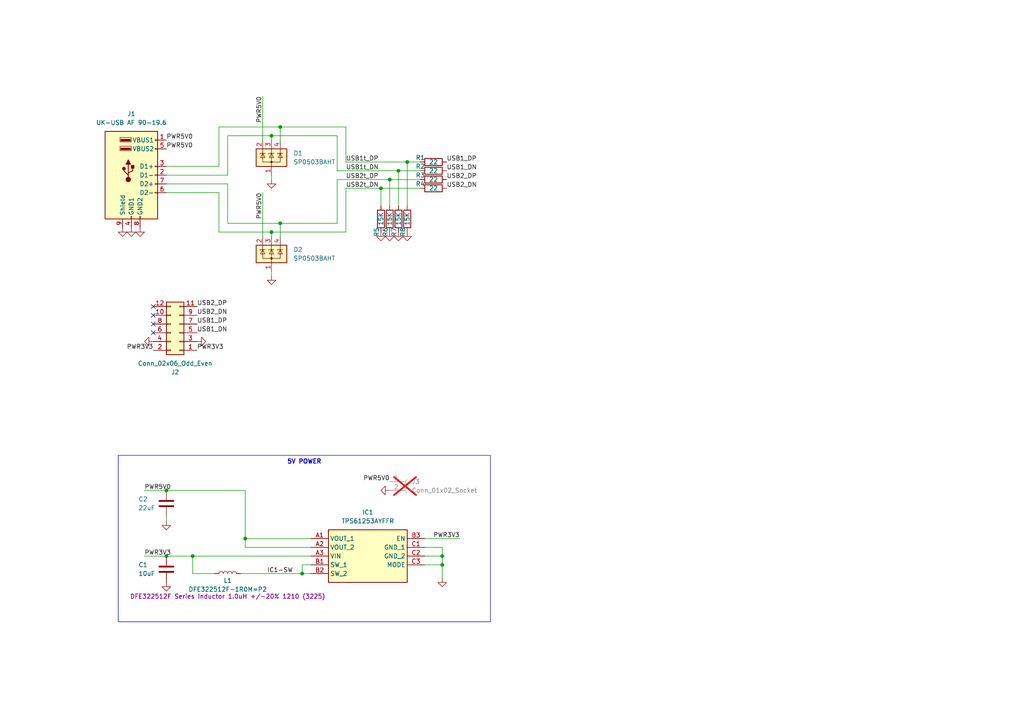
<source format=kicad_sch>
(kicad_sch (version 20231120) (generator "eeschema") (generator_version "8.0")
  (paper "A4")
  (lib_symbols
    (symbol "Connector:Conn_01x02_Socket" (pin_names (offset 1.016) hide)
      (property "Reference" "J" (at 0 2.54 0))
      (property "Value" "Conn_01x02_Socket" (at 0 -5.08 0))
      (symbol "Conn_01x02_Socket_1_1"
        (arc (start 0 -2.032) (mid -0.5058 -2.54) (end 0 -3.048) (stroke (width 0.1524)))
        (polyline (pts (xy -1.27 -2.54) (xy -0.508 -2.54)) (stroke (width 0.1524)))
        (polyline (pts (xy -1.27 0) (xy -0.508 0)) (stroke (width 0.1524)))
        (arc (start 0 0.508) (mid -0.5058 0) (end 0 -0.508) (stroke (width 0.1524)))
        (pin passive line (at -5.08 0 0) (length 3.81) (name "Pin_1") (number "1"))
        (pin passive line (at -5.08 -2.54 0) (length 3.81) (name "Pin_2") (number "2"))
      )
    )
    (symbol "Connector:USB_A_Stacked" (pin_names (offset 1.016))
      (property "Reference" "J" (at 0 15.875 0))
      (property "Value" "USB_A_Stacked" (at 0 13.97 0))
      (symbol "USB_A_Stacked_0_1"
        (rectangle (start -7.62 12.7) (end 7.62 -12.7) (stroke (width 0.254)) (fill (type background)))
        (circle (center -2.159 1.905) (radius 0.381) (stroke (width 0.254)) (fill (type outline)))
        (circle (center -0.889 -1.27) (radius 0.635) (stroke (width 0.254)) (fill (type outline)))
        (rectangle (start -0.254 7.366) (end -3.048 7.874) (fill (type outline)))
        (rectangle (start -0.254 9.906) (end -3.048 10.414) (fill (type outline)))
        (rectangle (start -0.127 -12.7) (end 0.127 -11.938))
        (polyline (pts (xy -1.524 3.175) (xy -0.254 3.175) (xy -0.889 4.445) (xy -1.524 3.175)) (stroke (width 0.254)) (fill (type outline)))
        (polyline (pts (xy -0.889 -0.635) (xy -0.889 0) (xy -2.159 1.27) (xy -2.159 1.905)) (stroke (width 0.254)))
        (polyline (pts (xy -0.889 0) (xy -0.889 0.635) (xy 0.381 1.27) (xy 0.381 2.54)) (stroke (width 0.254)))
        (rectangle (start 0 2.794) (end 0.762 2.032) (stroke (width 0.254)) (fill (type outline)))
        (rectangle (start 0 7.112) (end -3.302 8.382))
        (rectangle (start 0 9.652) (end -3.302 10.922))
        (rectangle (start 2.413 -12.7) (end 2.667 -11.938))
        (rectangle (start 7.62 -5.207) (end 6.858 -4.953))
        (rectangle (start 7.62 -2.667) (end 6.858 -2.413))
        (rectangle (start 7.62 -0.127) (end 6.858 0.127))
        (rectangle (start 7.62 2.413) (end 6.858 2.667))
        (rectangle (start 7.62 7.493) (end 6.858 7.747))
        (rectangle (start 7.62 10.033) (end 6.858 10.287))
      )
      (symbol "USB_A_Stacked_1_1"
        (polyline (pts (xy -0.889 0.635) (xy -0.889 3.175)) (stroke (width 0.254)))
        (pin power_in line (at 10.16 10.16 180) (length 2.54) (name "VBUS1") (number "1"))
        (pin bidirectional line (at 10.16 0 180) (length 2.54) (name "D1-") (number "2"))
        (pin bidirectional line (at 10.16 2.54 180) (length 2.54) (name "D1+") (number "3"))
        (pin power_in line (at 0 -15.24 90) (length 2.54) (name "GND1") (number "4"))
        (pin power_in line (at 10.16 7.62 180) (length 2.54) (name "VBUS2") (number "5"))
        (pin bidirectional line (at 10.16 -5.08 180) (length 2.54) (name "D2-") (number "6"))
        (pin bidirectional line (at 10.16 -2.54 180) (length 2.54) (name "D2+") (number "7"))
        (pin power_in line (at 2.54 -15.24 90) (length 2.54) (name "GND2") (number "8"))
        (pin passive line (at -2.54 -15.24 90) (length 2.54) (name "Shield") (number "9"))
      )
    )
    (symbol "Connector_Generic:Conn_02x06_Odd_Even" (pin_names (offset 1.016) hide)
      (property "Reference" "J" (at 1.27 7.62 0))
      (property "Value" "Conn_02x06_Odd_Even" (at 1.27 -10.16 0))
      (symbol "Conn_02x06_Odd_Even_1_1"
        (rectangle (start -1.27 -7.493) (end 0 -7.747) (stroke (width 0.1524)))
        (rectangle (start -1.27 -4.953) (end 0 -5.207) (stroke (width 0.1524)))
        (rectangle (start -1.27 -2.413) (end 0 -2.667) (stroke (width 0.1524)))
        (rectangle (start -1.27 0.127) (end 0 -0.127) (stroke (width 0.1524)))
        (rectangle (start -1.27 2.667) (end 0 2.413) (stroke (width 0.1524)))
        (rectangle (start -1.27 5.207) (end 0 4.953) (stroke (width 0.1524)))
        (rectangle (start -1.27 6.35) (end 3.81 -8.89) (stroke (width 0.254)) (fill (type background)))
        (rectangle (start 3.81 -7.493) (end 2.54 -7.747) (stroke (width 0.1524)))
        (rectangle (start 3.81 -4.953) (end 2.54 -5.207) (stroke (width 0.1524)))
        (rectangle (start 3.81 -2.413) (end 2.54 -2.667) (stroke (width 0.1524)))
        (rectangle (start 3.81 0.127) (end 2.54 -0.127) (stroke (width 0.1524)))
        (rectangle (start 3.81 2.667) (end 2.54 2.413) (stroke (width 0.1524)))
        (rectangle (start 3.81 5.207) (end 2.54 4.953) (stroke (width 0.1524)))
        (pin passive line (at -5.08 5.08 0) (length 3.81) (name "Pin_1") (number "1"))
        (pin passive line (at 7.62 -5.08 180) (length 3.81) (name "Pin_10") (number "10"))
        (pin passive line (at -5.08 -7.62 0) (length 3.81) (name "Pin_11") (number "11"))
        (pin passive line (at 7.62 -7.62 180) (length 3.81) (name "Pin_12") (number "12"))
        (pin passive line (at 7.62 5.08 180) (length 3.81) (name "Pin_2") (number "2"))
        (pin passive line (at -5.08 2.54 0) (length 3.81) (name "Pin_3") (number "3"))
        (pin passive line (at 7.62 2.54 180) (length 3.81) (name "Pin_4") (number "4"))
        (pin passive line (at -5.08 0 0) (length 3.81) (name "Pin_5") (number "5"))
        (pin passive line (at 7.62 0 180) (length 3.81) (name "Pin_6") (number "6"))
        (pin passive line (at -5.08 -2.54 0) (length 3.81) (name "Pin_7") (number "7"))
        (pin passive line (at 7.62 -2.54 180) (length 3.81) (name "Pin_8") (number "8"))
        (pin passive line (at -5.08 -5.08 0) (length 3.81) (name "Pin_9") (number "9"))
      )
    )
    (symbol "Device:C" (pin_numbers hide) (pin_names (offset 0.254))
      (property "Reference" "C" (at 0.635 2.54 0))
      (property "Value" "C" (at 0.635 -2.54 0))
      (symbol "C_0_1"
        (polyline (pts (xy -2.032 -0.762) (xy 2.032 -0.762)) (stroke (width 0.508)))
        (polyline (pts (xy -2.032 0.762) (xy 2.032 0.762)) (stroke (width 0.508)))
      )
      (symbol "C_1_1"
        (pin passive line (at 0 3.81 270) (length 2.794) (name "~") (number "1"))
        (pin passive line (at 0 -3.81 90) (length 2.794) (name "~") (number "2"))
      )
    )
    (symbol "Device:L" (pin_numbers hide) (pin_names (offset 1.016) hide)
      (property "Reference" "L" (at -1.27 0 90))
      (property "Value" "L" (at 1.905 0 90))
      (symbol "L_0_1"
        (arc (start 0 -2.54) (mid 0.6323 -1.905) (end 0 -1.27))
        (arc (start 0 -1.27) (mid 0.6323 -0.635) (end 0 0))
        (arc (start 0 0) (mid 0.6323 0.635) (end 0 1.27))
        (arc (start 0 1.27) (mid 0.6323 1.905) (end 0 2.54))
      )
      (symbol "L_1_1"
        (pin passive line (at 0 3.81 270) (length 1.27) (name "1") (number "1"))
        (pin passive line (at 0 -3.81 90) (length 1.27) (name "2") (number "2"))
      )
    )
    (symbol "Device:R" (pin_numbers hide) (pin_names (offset 0))
      (property "Reference" "R" (at 2.032 0 90))
      (property "Value" "R" (at 0 0 90))
      (symbol "R_0_1"
        (rectangle (start -1.016 -2.54) (end 1.016 2.54) (stroke (width 0.254)))
      )
      (symbol "R_1_1"
        (pin passive line (at 0 3.81 270) (length 1.27) (name "~") (number "1"))
        (pin passive line (at 0 -3.81 90) (length 1.27) (name "~") (number "2"))
      )
    )
    (symbol "Power_Protection:SP0503BAHT" (pin_names hide)
      (property "Reference" "D" (at 5.715 2.54 0))
      (property "Value" "SP0503BAHT" (at 5.715 0.635 0))
      (symbol "SP0503BAHT_0_0"
        (pin passive line (at 0 -5.08 90) (length 2.54) (name "A") (number "1"))
      )
      (symbol "SP0503BAHT_0_1"
        (rectangle (start -4.445 2.54) (end 4.445 -2.54) (stroke (width 0.254)) (fill (type background)))
        (circle (center 0 -1.27) (radius 0.254) (fill (type outline)))
        (polyline (pts (xy -2.54 2.54) (xy -2.54 1.27)))
        (polyline (pts (xy 0 -1.27) (xy 0 -2.54)))
        (polyline (pts (xy 0 -1.27) (xy 0 1.27)))
        (polyline (pts (xy 0 2.54) (xy 0 1.27)))
        (polyline (pts (xy 0.635 1.27) (xy 0.762 1.27)))
        (polyline (pts (xy 2.54 2.54) (xy 2.54 1.27)))
        (polyline (pts (xy 0.635 1.27) (xy -0.762 1.27) (xy -0.762 1.016)))
        (polyline (pts (xy -3.302 1.016) (xy -3.302 1.27) (xy -1.905 1.27) (xy -1.778 1.27)))
        (polyline (pts (xy -2.54 1.27) (xy -2.54 -1.27) (xy 2.54 -1.27) (xy 2.54 1.27)))
        (polyline (pts (xy -2.54 1.27) (xy -1.905 0) (xy -3.175 0) (xy -2.54 1.27)))
        (polyline (pts (xy 0.635 0) (xy -0.635 0) (xy 0 1.27) (xy 0.635 0)))
        (polyline (pts (xy 1.778 1.016) (xy 1.778 1.27) (xy 3.175 1.27) (xy 3.302 1.27)))
        (polyline (pts (xy 2.54 1.27) (xy 1.905 0) (xy 3.175 0) (xy 2.54 1.27)))
      )
      (symbol "SP0503BAHT_1_1"
        (pin passive line (at -2.54 5.08 270) (length 2.54) (name "K") (number "2"))
        (pin passive line (at 0 5.08 270) (length 2.54) (name "K") (number "3"))
        (pin passive line (at 2.54 5.08 270) (length 2.54) (name "K") (number "4"))
      )
    )
    (symbol "TPS61253AYFFR:TPS61253AYFFR"
      (property "Reference" "IC" (at 29.21 7.62 0))
      (property "Value" "TPS61253AYFFR" (at 29.21 5.08 0))
      (symbol "TPS61253AYFFR_1_1"
        (rectangle (start 5.08 2.54) (end 27.94 -12.7) (stroke (width 0.254)) (fill (type background)))
        (pin output line (at 0 0 0) (length 5.08) (name "VOUT_1") (number "A1"))
        (pin output line (at 0 -2.54 0) (length 5.08) (name "VOUT_2") (number "A2"))
        (pin power_in line (at 0 -5.08 0) (length 5.08) (name "VIN") (number "A3"))
        (pin bidirectional line (at 0 -7.62 0) (length 5.08) (name "SW_1") (number "B1"))
        (pin bidirectional line (at 0 -10.16 0) (length 5.08) (name "SW_2") (number "B2"))
        (pin input line (at 33.02 0 180) (length 5.08) (name "EN") (number "B3"))
        (pin power_in line (at 33.02 -2.54 180) (length 5.08) (name "GND_1") (number "C1"))
        (pin power_in line (at 33.02 -5.08 180) (length 5.08) (name "GND_2") (number "C2"))
        (pin passive line (at 33.02 -7.62 180) (length 5.08) (name "MODE") (number "C3"))
      )
    )
    (symbol "power:GND" (power) (pin_names (offset 0))
      (property "Value" "GND" (at 0 -3.81 0))
      (symbol "GND_0_1"
        (polyline (pts (xy 0 0) (xy 0 -1.27) (xy 1.27 -1.27) (xy 0 -2.54) (xy -1.27 -1.27) (xy 0 -1.27)))
      )
      (symbol "GND_1_1"
        (pin power_in line (at 0 0 270) (length 0) hide (name "GND") (number "1"))
      )
    )
  )
  (junction (at 128.27 163.83))
  (junction (at 118.11 46.99))
  (junction (at 71.12 156.21))
  (junction (at 55.88 161.29))
  (junction (at 113.03 52.07))
  (junction (at 81.28 36.83))
  (junction (at 81.28 64.77))
  (junction (at 78.74 39.37))
  (junction (at 128.27 161.29))
  (junction (at 87.63 166.37))
  (junction (at 48.26 142.24))
  (junction (at 48.26 161.29))
  (junction (at 115.57 49.53))
  (junction (at 78.74 67.31))
  (junction (at 110.49 54.61))
  (no_connect (at 44.45 93.98))
  (no_connect (at 44.45 91.44))
  (no_connect (at 44.45 96.52))
  (no_connect (at 44.45 88.9))
  (wire (pts (xy 41.91 161.29) (xy 48.26 161.29)))
  (wire (pts (xy 97.79 52.07) (xy 97.79 64.77)))
  (wire (pts (xy 128.27 161.29) (xy 128.27 163.83)))
  (wire (pts (xy 97.79 49.53) (xy 97.79 39.37)))
  (wire (pts (xy 48.26 142.24) (xy 71.12 142.24)))
  (wire (pts (xy 78.74 78.74) (xy 78.74 80.01)))
  (wire (pts (xy 63.5 36.83) (xy 63.5 48.26)))
  (wire (pts (xy 71.12 156.21) (xy 71.12 142.24)))
  (wire (pts (xy 90.17 158.75) (xy 71.12 158.75)))
  (wire (pts (xy 63.5 36.83) (xy 81.28 36.83)))
  (wire (pts (xy 110.49 54.61) (xy 121.92 54.61)))
  (wire (pts (xy 118.11 46.99) (xy 121.92 46.99)))
  (wire (pts (xy 66.04 64.77) (xy 66.04 53.34)))
  (wire (pts (xy 71.12 156.21) (xy 90.17 156.21)))
  (wire (pts (xy 115.57 49.53) (xy 121.92 49.53)))
  (wire (pts (xy 41.91 142.24) (xy 48.26 142.24)))
  (wire (pts (xy 78.74 50.8) (xy 78.74 52.07)))
  (wire (pts (xy 66.04 64.77) (xy 81.28 64.77)))
  (wire (pts (xy 97.79 52.07) (xy 113.03 52.07)))
  (wire (pts (xy 66.04 39.37) (xy 78.74 39.37)))
  (wire (pts (xy 113.03 52.07) (xy 121.92 52.07)))
  (wire (pts (xy 123.19 163.83) (xy 128.27 163.83)))
  (wire (pts (xy 55.88 161.29) (xy 55.88 166.37)))
  (wire (pts (xy 100.33 46.99) (xy 100.33 36.83)))
  (wire (pts (xy 48.26 48.26) (xy 63.5 48.26)))
  (wire (pts (xy 69.85 166.37) (xy 87.63 166.37)))
  (wire (pts (xy 100.33 54.61) (xy 110.49 54.61)))
  (wire (pts (xy 78.74 39.37) (xy 97.79 39.37)))
  (wire (pts (xy 48.26 161.29) (xy 55.88 161.29)))
  (wire (pts (xy 78.74 67.31) (xy 78.74 68.58)))
  (wire (pts (xy 63.5 55.88) (xy 48.26 55.88)))
  (wire (pts (xy 87.63 163.83) (xy 87.63 166.37)))
  (wire (pts (xy 63.5 67.31) (xy 63.5 55.88)))
  (wire (pts (xy 78.74 67.31) (xy 100.33 67.31)))
  (wire (pts (xy 78.74 39.37) (xy 78.74 40.64)))
  (wire (pts (xy 66.04 50.8) (xy 66.04 39.37)))
  (wire (pts (xy 100.33 46.99) (xy 118.11 46.99)))
  (wire (pts (xy 123.19 156.21) (xy 133.35 156.21)))
  (wire (pts (xy 63.5 67.31) (xy 78.74 67.31)))
  (wire (pts (xy 87.63 166.37) (xy 90.17 166.37)))
  (wire (pts (xy 66.04 53.34) (xy 48.26 53.34)))
  (wire (pts (xy 71.12 158.75) (xy 71.12 156.21)))
  (wire (pts (xy 118.11 46.99) (xy 118.11 59.69)))
  (wire (pts (xy 113.03 52.07) (xy 113.03 59.69)))
  (wire (pts (xy 76.2 27.94) (xy 76.2 40.64)))
  (wire (pts (xy 100.33 54.61) (xy 100.33 67.31)))
  (wire (pts (xy 81.28 64.77) (xy 81.28 68.58)))
  (wire (pts (xy 123.19 161.29) (xy 128.27 161.29)))
  (wire (pts (xy 115.57 49.53) (xy 115.57 59.69)))
  (wire (pts (xy 48.26 149.86) (xy 48.26 151.13)))
  (wire (pts (xy 55.88 161.29) (xy 90.17 161.29)))
  (wire (pts (xy 48.26 50.8) (xy 66.04 50.8)))
  (wire (pts (xy 81.28 36.83) (xy 100.33 36.83)))
  (wire (pts (xy 90.17 163.83) (xy 87.63 163.83)))
  (wire (pts (xy 128.27 163.83) (xy 128.27 167.64)))
  (wire (pts (xy 128.27 158.75) (xy 128.27 161.29)))
  (wire (pts (xy 55.88 166.37) (xy 62.23 166.37)))
  (wire (pts (xy 110.49 54.61) (xy 110.49 59.69)))
  (wire (pts (xy 123.19 158.75) (xy 128.27 158.75)))
  (wire (pts (xy 97.79 49.53) (xy 115.57 49.53)))
  (wire (pts (xy 81.28 64.77) (xy 97.79 64.77)))
  (wire (pts (xy 81.28 40.64) (xy 81.28 36.83)))
  (wire (pts (xy 76.2 55.88) (xy 76.2 68.58)))
  (text_box "5V POWER" (at 34.29 132.08 0) (size 107.95 48.26) (effects (font (size 1.27 1.27) (thickness 0.254) (bold yes)) (justify top)))
  (label "USB2_DN" (at 57.15 91.44 0))
  (label "PWR3V3" (at 133.35 156.21 180))
  (label "USB2_DP" (at 57.15 88.9 0))
  (label "IC1-SW" (at 77.47 166.37 0))
  (label "PWR5V0" (at 48.26 43.18 0))
  (label "USB1_DN" (at 129.54 49.53 0))
  (label "PWR5V0" (at 113.03 139.7 180))
  (label "USB1_DP" (at 129.54 46.99 0))
  (label "USB2_DP" (at 129.54 52.07 0))
  (label "USB1_DP" (at 57.15 93.98 0))
  (label "PWR5V0" (at 76.2 27.94 270))
  (label "PWR3V3" (at 41.91 161.29 0))
  (label "USB1t_DN" (at 100.33 49.53 0))
  (label "USB2_DN" (at 129.54 54.61 0))
  (label "USB1t_DP" (at 100.33 46.99 0))
  (label "USB2t_DN" (at 100.33 54.61 0))
  (label "PWR5V0" (at 41.91 142.24 0))
  (label "PWR3V3" (at 57.15 101.6 0))
  (label "USB1_DN" (at 57.15 96.52 0))
  (label "PWR5V0" (at 48.26 40.64 0))
  (label "USB2t_DP" (at 100.33 52.07 0))
  (label "PWR5V0" (at 76.2 55.88 270))
  (label "PWR3V3" (at 44.45 101.6 180))
  (symbol (lib_id "power:GND") (at 57.15 99.06 90) (unit 1)
    (property "Reference" "#PWR08" (effects (hide yes)))
    (property "Value" "GND" (effects (hide yes)))
  )
  (symbol (lib_id "TPS61253AYFFR:TPS61253AYFFR") (at 90.17 156.21 0) (unit 1)
    (property "Reference" "IC1" (at 106.68 148.59 0))
    (property "Value" "TPS61253AYFFR" (at 106.68 151.13 0))
    (property "Footprint" "usb_host_pmod:BGA9C40P3X3_119X129X62" (effects (hide yes)))
    (property "Datasheet" "http://www.ti.com/lit/gpn/tps61253a" (effects (hide yes)))
    (property "Description" "TPS6125xA 3.8-MHz, 5-V / 4-A Boost in 1.2-mm x 1.3-mm WCSP" (effects (hide yes)))
    (property "Height" "0.625" (effects (hide yes)))
    (property "Mouser Part Number" "595-TPS61253AYFFR" (effects (hide yes)))
    (property "Mouser Price/Stock" "https://www.mouser.co.uk/ProductDetail/Texas-Instruments/TPS61253AYFFR?qs=u4fy%2FsgLU9MozJblstQuaA%3D%3D" (effects (hide yes)))
    (property "Manufacturer_Name" "Texas Instruments" (effects (hide yes)))
    (property "Manufacturer_Part_Number" "TPS61253AYFFR" (effects (hide yes)))
  )
  (symbol (lib_id "Connector:Conn_01x02_Socket") (at 118.11 139.7 0) (unit 1) (dnp yes)
    (property "Reference" "J3" (at 119.38 139.7 0) (effects (justify left)))
    (property "Value" "Conn_01x02_Socket" (at 119.38 142.24 0) (effects (justify left)))
    (property "Footprint" "Connector_PinSocket_2.54mm:PinSocket_1x02_P2.54mm_Vertical" (effects (hide yes)))
  )
  (symbol (lib_id "power:GND") (at 44.45 99.06 270) (unit 1)
    (property "Reference" "#PWR09" (effects (hide yes)))
    (property "Value" "GND" (effects (hide yes)))
  )
  (symbol (lib_id "Device:C") (at 48.26 146.05 0) (unit 1)
    (property "Reference" "C2" (at 40.132 144.78 0) (effects (justify left)))
    (property "Value" "22uF" (at 40.132 147.32 0) (effects (justify left)))
    (property "Footprint" "Capacitor_SMD:C_1206_3216Metric" (effects (hide yes)))
  )
  (symbol (lib_id "Power_Protection:SP0503BAHT") (at 78.74 73.66 0) (unit 1)
    (property "Reference" "D2" (at 85.09 72.3899 0) (effects (justify left)))
    (property "Value" "SP0503BAHT" (at 85.09 74.9299 0) (effects (justify left)))
    (property "Footprint" "Package_TO_SOT_SMD:SOT-143" (effects (hide yes)))
    (property "Datasheet" "http://www.littelfuse.com/~/media/files/littelfuse/technical%20resources/documents/data%20sheets/sp05xxba.pdf" (effects (hide yes)))
    (property "Description" "TVS Diode Array, 5.5V Standoff, 3 Channels, SOT-143 package" (effects (hide yes)))
  )
  (symbol (lib_id "power:GND") (at 78.74 52.07 0) (unit 1)
    (property "Reference" "#PWR012" (effects (hide yes)))
    (property "Value" "GND" (effects (hide yes)))
  )
  (symbol (lib_id "power:GND") (at 110.49 67.31 0) (unit 1)
    (property "Reference" "#PWR01" (effects (hide yes)))
    (property "Value" "GND" (effects (hide yes)))
  )
  (symbol (lib_id "Device:R") (at 125.73 52.07 90) (unit 1)
    (property "Reference" "R3" (at 121.92 50.8 90))
    (property "Value" "22" (at 125.73 52.07 90))
    (property "Footprint" "Resistor_SMD:R_0402_1005Metric" (effects (hide yes)))
  )
  (symbol (lib_id "Power_Protection:SP0503BAHT") (at 78.74 45.72 0) (unit 1)
    (property "Reference" "D1" (at 85.09 44.4499 0) (effects (justify left)))
    (property "Value" "SP0503BAHT" (at 85.09 46.9899 0) (effects (justify left)))
    (property "Footprint" "Package_TO_SOT_SMD:SOT-143" (effects (hide yes)))
    (property "Datasheet" "http://www.littelfuse.com/~/media/files/littelfuse/technical%20resources/documents/data%20sheets/sp05xxba.pdf" (effects (hide yes)))
    (property "Description" "TVS Diode Array, 5.5V Standoff, 3 Channels, SOT-143 package" (effects (hide yes)))
  )
  (symbol (lib_id "power:GND") (at 118.11 67.31 0) (unit 1)
    (property "Reference" "#PWR04" (effects (hide yes)))
    (property "Value" "GND" (effects (hide yes)))
  )
  (symbol (lib_id "power:GND") (at 40.64 66.04 0) (unit 1)
    (property "Reference" "#PWR07" (effects (hide yes)))
    (property "Value" "GND" (effects (hide yes)))
  )
  (symbol (lib_id "power:GND") (at 128.27 167.64 0) (unit 1)
    (property "Reference" "#PWR017" (effects (hide yes)))
    (property "Value" "GND" (effects (hide yes)))
  )
  (symbol (lib_id "power:GND") (at 38.1 66.04 0) (unit 1)
    (property "Reference" "#PWR06" (effects (hide yes)))
    (property "Value" "GND" (effects (hide yes)))
  )
  (symbol (lib_id "Connector:USB_A_Stacked") (at 38.1 50.8 0) (unit 1)
    (property "Reference" "J1" (at 38.1 33.02 0))
    (property "Value" "UK-USB AF 90-19.6" (at 38.1 35.56 0))
    (property "Footprint" "usb_host_pmod:USB_A_Wuerth_61400826021_Horizontal_Stacked" (effects (hide yes)))
    (property "Description" "USB Type A connector, stacked" (effects (hide yes)))
  )
  (symbol (lib_id "power:GND") (at 48.26 168.91 0) (unit 1)
    (property "Reference" "#PWR016" (effects (hide yes)))
    (property "Value" "GND" (effects (hide yes)))
  )
  (symbol (lib_id "Connector_Generic:Conn_02x06_Odd_Even") (at 52.07 96.52 180) (unit 1)
    (property "Reference" "J2" (at 50.8 107.95 0))
    (property "Value" "Conn_02x06_Odd_Even" (at 50.8 105.41 0))
    (property "Footprint" "Connector_PinHeader_2.54mm:PinHeader_2x06_P2.54mm_Horizontal" (effects (hide yes)))
  )
  (symbol (lib_id "Device:R") (at 115.57 63.5 180) (unit 1)
    (property "Reference" "R7" (at 114.3 67.31 90))
    (property "Value" "15K" (at 115.57 63.5 90))
    (property "Footprint" "Resistor_SMD:R_0402_1005Metric" (effects (hide yes)))
  )
  (symbol (lib_id "power:GND") (at 113.03 142.24 270) (unit 1)
    (property "Reference" "#PWR013" (effects (hide yes)))
    (property "Value" "GND" (effects (hide yes)))
  )
  (symbol (lib_id "Device:R") (at 125.73 46.99 90) (unit 1)
    (property "Reference" "R1" (at 121.92 45.72 90))
    (property "Value" "22" (at 125.73 46.99 90))
    (property "Footprint" "Resistor_SMD:R_0402_1005Metric" (effects (hide yes)))
  )
  (symbol (lib_id "power:GND") (at 48.26 151.13 0) (unit 1)
    (property "Reference" "#PWR019" (effects (hide yes)))
    (property "Value" "GND" (effects (hide yes)))
  )
  (symbol (lib_id "Device:R") (at 125.73 49.53 90) (unit 1)
    (property "Reference" "R2" (at 121.92 48.26 90))
    (property "Value" "22" (at 125.73 49.53 90))
    (property "Footprint" "Resistor_SMD:R_0402_1005Metric" (effects (hide yes)))
  )
  (symbol (lib_id "Device:R") (at 113.03 63.5 180) (unit 1)
    (property "Reference" "R6" (at 111.76 67.31 90))
    (property "Value" "15K" (at 113.03 63.5 90))
    (property "Footprint" "Resistor_SMD:R_0402_1005Metric" (effects (hide yes)))
  )
  (symbol (lib_id "Device:R") (at 118.11 63.5 180) (unit 1)
    (property "Reference" "R8" (at 116.84 67.31 90))
    (property "Value" "15K" (at 118.11 63.5 90))
    (property "Footprint" "Resistor_SMD:R_0402_1005Metric" (effects (hide yes)))
  )
  (symbol (lib_id "Device:C") (at 48.26 165.1 0) (unit 1)
    (property "Reference" "C1" (at 40.132 163.83 0) (effects (justify left)))
    (property "Value" "10uF" (at 40.132 166.37 0) (effects (justify left)))
    (property "Footprint" "Capacitor_SMD:C_0603_1608Metric" (effects (hide yes)))
  )
  (symbol (lib_id "power:GND") (at 113.03 67.31 0) (unit 1)
    (property "Reference" "#PWR02" (effects (hide yes)))
    (property "Value" "GND" (effects (hide yes)))
  )
  (symbol (lib_id "Device:L") (at 66.04 166.37 90) (unit 1)
    (property "Reference" "L1" (at 66.04 168.402 90))
    (property "Value" "DFE322512F-1R0M=P2" (at 66.04 170.942 90))
    (property "Footprint" "Inductor_SMD:L_1210_3225Metric" (effects (hide yes)))
    (property "Datasheet" "https://psearch.en.murata.com/inductor/product/DFE322512F-1R0M%23.html" (effects (hide yes)))
    (property "Description" "DFE322512F Series Inductor 1.0uH +/-20% 1210 (3225)" (at 66.04 172.974 90))
  )
  (symbol (lib_id "power:GND") (at 35.56 66.04 0) (unit 1)
    (property "Reference" "#PWR05" (effects (hide yes)))
    (property "Value" "GND" (effects (hide yes)))
  )
  (symbol (lib_id "power:GND") (at 78.74 80.01 0) (unit 1)
    (property "Reference" "#PWR010" (effects (hide yes)))
    (property "Value" "GND" (effects (hide yes)))
  )
  (symbol (lib_id "power:GND") (at 115.57 67.31 0) (unit 1)
    (property "Reference" "#PWR03" (effects (hide yes)))
    (property "Value" "GND" (effects (hide yes)))
  )
  (symbol (lib_id "Device:R") (at 110.49 63.5 180) (unit 1)
    (property "Reference" "R5" (at 109.22 67.31 90))
    (property "Value" "15K" (at 110.49 63.5 90))
    (property "Footprint" "Resistor_SMD:R_0402_1005Metric" (effects (hide yes)))
  )
  (symbol (lib_id "Device:R") (at 125.73 54.61 90) (unit 1)
    (property "Reference" "R4" (at 121.92 53.34 90))
    (property "Value" "22" (at 125.73 54.61 90))
    (property "Footprint" "Resistor_SMD:R_0402_1005Metric" (effects (hide yes)))
  )
)
</source>
